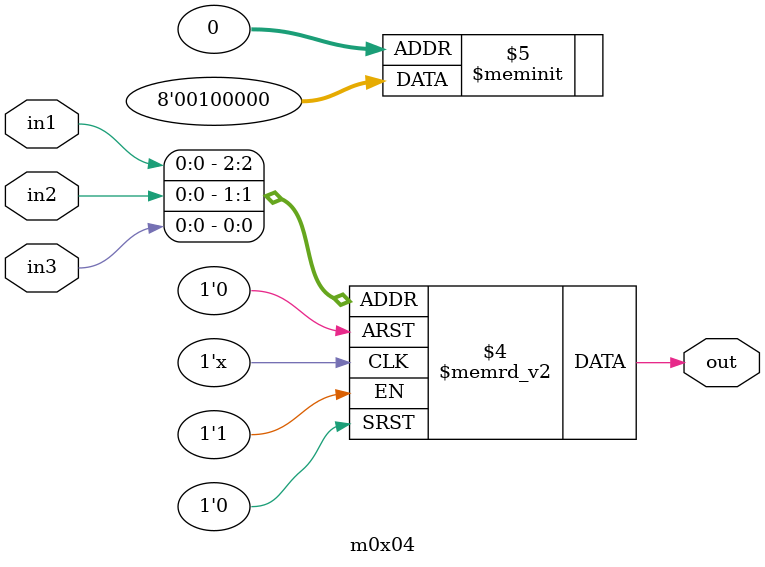
<source format=v>
module m0x04(output out, input in1, in2, in3);

   always @(in1, in2, in3)
     begin
        case({in1, in2, in3})
          3'b000: {out} = 1'b0;
          3'b001: {out} = 1'b0;
          3'b010: {out} = 1'b0;
          3'b011: {out} = 1'b0;
          3'b100: {out} = 1'b0;
          3'b101: {out} = 1'b1;
          3'b110: {out} = 1'b0;
          3'b111: {out} = 1'b0;
        endcase // case ({in1, in2, in3})
     end // always @ (in1, in2, in3)

endmodule // m0x04
</source>
